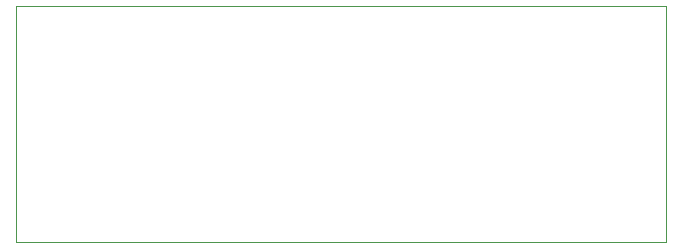
<source format=gbr>
G04*
G04 #@! TF.GenerationSoftware,Altium Limited,Altium Designer,24.2.2 (26)*
G04*
G04 Layer_Color=0*
%FSLAX44Y44*%
%MOMM*%
G71*
G04*
G04 #@! TF.SameCoordinates,200C4C84-4450-49E8-9A81-A87B66CA8C1A*
G04*
G04*
G04 #@! TF.FilePolarity,Positive*
G04*
G01*
G75*
%ADD76C,0.0254*%
D76*
X0Y0D02*
X550033D01*
Y200000D01*
X0D01*
Y0D01*
M02*

</source>
